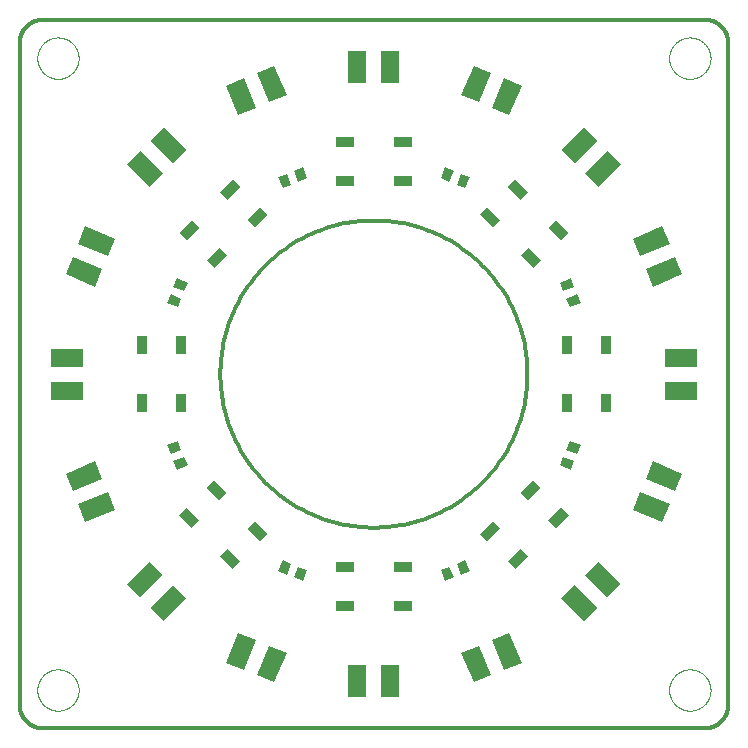
<source format=gtp>
G75*
%MOIN*%
%OFA0B0*%
%FSLAX25Y25*%
%IPPOS*%
%LPD*%
%AMOC8*
5,1,8,0,0,1.08239X$1,22.5*
%
%ADD10C,0.01181*%
%ADD11C,0.00000*%
%ADD12R,0.06299X0.10630*%
%ADD13R,0.10630X0.06299*%
%ADD14R,0.05906X0.03543*%
%ADD15R,0.03543X0.05906*%
%ADD16R,0.03150X0.03937*%
D10*
X0009465Y0003031D02*
X0229937Y0003031D01*
X0229937Y0003032D02*
X0230127Y0003034D01*
X0230317Y0003041D01*
X0230507Y0003053D01*
X0230697Y0003069D01*
X0230886Y0003089D01*
X0231075Y0003115D01*
X0231263Y0003144D01*
X0231450Y0003179D01*
X0231636Y0003218D01*
X0231821Y0003261D01*
X0232006Y0003309D01*
X0232189Y0003361D01*
X0232370Y0003417D01*
X0232550Y0003478D01*
X0232729Y0003544D01*
X0232906Y0003613D01*
X0233082Y0003687D01*
X0233255Y0003765D01*
X0233427Y0003848D01*
X0233596Y0003934D01*
X0233764Y0004024D01*
X0233929Y0004119D01*
X0234092Y0004217D01*
X0234252Y0004320D01*
X0234410Y0004426D01*
X0234565Y0004536D01*
X0234718Y0004649D01*
X0234868Y0004767D01*
X0235014Y0004888D01*
X0235158Y0005012D01*
X0235299Y0005140D01*
X0235437Y0005271D01*
X0235572Y0005406D01*
X0235703Y0005544D01*
X0235831Y0005685D01*
X0235955Y0005829D01*
X0236076Y0005975D01*
X0236194Y0006125D01*
X0236307Y0006278D01*
X0236417Y0006433D01*
X0236523Y0006591D01*
X0236626Y0006751D01*
X0236724Y0006914D01*
X0236819Y0007079D01*
X0236909Y0007247D01*
X0236995Y0007416D01*
X0237078Y0007588D01*
X0237156Y0007761D01*
X0237230Y0007937D01*
X0237299Y0008114D01*
X0237365Y0008293D01*
X0237426Y0008473D01*
X0237482Y0008654D01*
X0237534Y0008837D01*
X0237582Y0009022D01*
X0237625Y0009207D01*
X0237664Y0009393D01*
X0237699Y0009580D01*
X0237728Y0009768D01*
X0237754Y0009957D01*
X0237774Y0010146D01*
X0237790Y0010336D01*
X0237802Y0010526D01*
X0237809Y0010716D01*
X0237811Y0010906D01*
X0237811Y0231378D01*
X0237809Y0231568D01*
X0237802Y0231758D01*
X0237790Y0231948D01*
X0237774Y0232138D01*
X0237754Y0232327D01*
X0237728Y0232516D01*
X0237699Y0232704D01*
X0237664Y0232891D01*
X0237625Y0233077D01*
X0237582Y0233262D01*
X0237534Y0233447D01*
X0237482Y0233630D01*
X0237426Y0233811D01*
X0237365Y0233991D01*
X0237299Y0234170D01*
X0237230Y0234347D01*
X0237156Y0234523D01*
X0237078Y0234696D01*
X0236995Y0234868D01*
X0236909Y0235037D01*
X0236819Y0235205D01*
X0236724Y0235370D01*
X0236626Y0235533D01*
X0236523Y0235693D01*
X0236417Y0235851D01*
X0236307Y0236006D01*
X0236194Y0236159D01*
X0236076Y0236309D01*
X0235955Y0236455D01*
X0235831Y0236599D01*
X0235703Y0236740D01*
X0235572Y0236878D01*
X0235437Y0237013D01*
X0235299Y0237144D01*
X0235158Y0237272D01*
X0235014Y0237396D01*
X0234868Y0237517D01*
X0234718Y0237635D01*
X0234565Y0237748D01*
X0234410Y0237858D01*
X0234252Y0237964D01*
X0234092Y0238067D01*
X0233929Y0238165D01*
X0233764Y0238260D01*
X0233596Y0238350D01*
X0233427Y0238436D01*
X0233255Y0238519D01*
X0233082Y0238597D01*
X0232906Y0238671D01*
X0232729Y0238740D01*
X0232550Y0238806D01*
X0232370Y0238867D01*
X0232189Y0238923D01*
X0232006Y0238975D01*
X0231821Y0239023D01*
X0231636Y0239066D01*
X0231450Y0239105D01*
X0231263Y0239140D01*
X0231075Y0239169D01*
X0230886Y0239195D01*
X0230697Y0239215D01*
X0230507Y0239231D01*
X0230317Y0239243D01*
X0230127Y0239250D01*
X0229937Y0239252D01*
X0009465Y0239252D01*
X0009275Y0239250D01*
X0009085Y0239243D01*
X0008895Y0239231D01*
X0008705Y0239215D01*
X0008516Y0239195D01*
X0008327Y0239169D01*
X0008139Y0239140D01*
X0007952Y0239105D01*
X0007766Y0239066D01*
X0007581Y0239023D01*
X0007396Y0238975D01*
X0007213Y0238923D01*
X0007032Y0238867D01*
X0006852Y0238806D01*
X0006673Y0238740D01*
X0006496Y0238671D01*
X0006320Y0238597D01*
X0006147Y0238519D01*
X0005975Y0238436D01*
X0005806Y0238350D01*
X0005638Y0238260D01*
X0005473Y0238165D01*
X0005310Y0238067D01*
X0005150Y0237964D01*
X0004992Y0237858D01*
X0004837Y0237748D01*
X0004684Y0237635D01*
X0004534Y0237517D01*
X0004388Y0237396D01*
X0004244Y0237272D01*
X0004103Y0237144D01*
X0003965Y0237013D01*
X0003830Y0236878D01*
X0003699Y0236740D01*
X0003571Y0236599D01*
X0003447Y0236455D01*
X0003326Y0236309D01*
X0003208Y0236159D01*
X0003095Y0236006D01*
X0002985Y0235851D01*
X0002879Y0235693D01*
X0002776Y0235533D01*
X0002678Y0235370D01*
X0002583Y0235205D01*
X0002493Y0235037D01*
X0002407Y0234868D01*
X0002324Y0234696D01*
X0002246Y0234523D01*
X0002172Y0234347D01*
X0002103Y0234170D01*
X0002037Y0233991D01*
X0001976Y0233811D01*
X0001920Y0233630D01*
X0001868Y0233447D01*
X0001820Y0233262D01*
X0001777Y0233077D01*
X0001738Y0232891D01*
X0001703Y0232704D01*
X0001674Y0232516D01*
X0001648Y0232327D01*
X0001628Y0232138D01*
X0001612Y0231948D01*
X0001600Y0231758D01*
X0001593Y0231568D01*
X0001591Y0231378D01*
X0001591Y0010906D01*
X0001593Y0010716D01*
X0001600Y0010526D01*
X0001612Y0010336D01*
X0001628Y0010146D01*
X0001648Y0009957D01*
X0001674Y0009768D01*
X0001703Y0009580D01*
X0001738Y0009393D01*
X0001777Y0009207D01*
X0001820Y0009022D01*
X0001868Y0008837D01*
X0001920Y0008654D01*
X0001976Y0008473D01*
X0002037Y0008293D01*
X0002103Y0008114D01*
X0002172Y0007937D01*
X0002246Y0007761D01*
X0002324Y0007588D01*
X0002407Y0007416D01*
X0002493Y0007247D01*
X0002583Y0007079D01*
X0002678Y0006914D01*
X0002776Y0006751D01*
X0002879Y0006591D01*
X0002985Y0006433D01*
X0003095Y0006278D01*
X0003208Y0006125D01*
X0003326Y0005975D01*
X0003447Y0005829D01*
X0003571Y0005685D01*
X0003699Y0005544D01*
X0003830Y0005406D01*
X0003965Y0005271D01*
X0004103Y0005140D01*
X0004244Y0005012D01*
X0004388Y0004888D01*
X0004534Y0004767D01*
X0004684Y0004649D01*
X0004837Y0004536D01*
X0004992Y0004426D01*
X0005150Y0004320D01*
X0005310Y0004217D01*
X0005473Y0004119D01*
X0005638Y0004024D01*
X0005806Y0003934D01*
X0005975Y0003848D01*
X0006147Y0003765D01*
X0006320Y0003687D01*
X0006496Y0003613D01*
X0006673Y0003544D01*
X0006852Y0003478D01*
X0007032Y0003417D01*
X0007213Y0003361D01*
X0007396Y0003309D01*
X0007581Y0003261D01*
X0007766Y0003218D01*
X0007952Y0003179D01*
X0008139Y0003144D01*
X0008327Y0003115D01*
X0008516Y0003089D01*
X0008705Y0003069D01*
X0008895Y0003053D01*
X0009085Y0003041D01*
X0009275Y0003034D01*
X0009465Y0003032D01*
X0068520Y0121142D02*
X0068535Y0122398D01*
X0068582Y0123653D01*
X0068659Y0124907D01*
X0068766Y0126159D01*
X0068905Y0127407D01*
X0069074Y0128652D01*
X0069274Y0129892D01*
X0069503Y0131127D01*
X0069764Y0132356D01*
X0070054Y0133578D01*
X0070374Y0134793D01*
X0070724Y0135999D01*
X0071103Y0137197D01*
X0071512Y0138384D01*
X0071949Y0139562D01*
X0072416Y0140728D01*
X0072911Y0141883D01*
X0073434Y0143025D01*
X0073985Y0144154D01*
X0074563Y0145269D01*
X0075169Y0146369D01*
X0075802Y0147454D01*
X0076461Y0148524D01*
X0077146Y0149577D01*
X0077856Y0150612D01*
X0078592Y0151630D01*
X0079353Y0152630D01*
X0080138Y0153611D01*
X0080946Y0154572D01*
X0081778Y0155513D01*
X0082633Y0156433D01*
X0083511Y0157332D01*
X0084410Y0158210D01*
X0085330Y0159065D01*
X0086271Y0159897D01*
X0087232Y0160705D01*
X0088213Y0161490D01*
X0089213Y0162251D01*
X0090231Y0162987D01*
X0091266Y0163697D01*
X0092319Y0164382D01*
X0093389Y0165041D01*
X0094474Y0165674D01*
X0095574Y0166280D01*
X0096689Y0166858D01*
X0097818Y0167409D01*
X0098960Y0167932D01*
X0100115Y0168427D01*
X0101281Y0168894D01*
X0102459Y0169331D01*
X0103646Y0169740D01*
X0104844Y0170119D01*
X0106050Y0170469D01*
X0107265Y0170789D01*
X0108487Y0171079D01*
X0109716Y0171340D01*
X0110951Y0171569D01*
X0112191Y0171769D01*
X0113436Y0171938D01*
X0114684Y0172077D01*
X0115936Y0172184D01*
X0117190Y0172261D01*
X0118445Y0172308D01*
X0119701Y0172323D01*
X0120957Y0172308D01*
X0122212Y0172261D01*
X0123466Y0172184D01*
X0124718Y0172077D01*
X0125966Y0171938D01*
X0127211Y0171769D01*
X0128451Y0171569D01*
X0129686Y0171340D01*
X0130915Y0171079D01*
X0132137Y0170789D01*
X0133352Y0170469D01*
X0134558Y0170119D01*
X0135756Y0169740D01*
X0136943Y0169331D01*
X0138121Y0168894D01*
X0139287Y0168427D01*
X0140442Y0167932D01*
X0141584Y0167409D01*
X0142713Y0166858D01*
X0143828Y0166280D01*
X0144928Y0165674D01*
X0146013Y0165041D01*
X0147083Y0164382D01*
X0148136Y0163697D01*
X0149171Y0162987D01*
X0150189Y0162251D01*
X0151189Y0161490D01*
X0152170Y0160705D01*
X0153131Y0159897D01*
X0154072Y0159065D01*
X0154992Y0158210D01*
X0155891Y0157332D01*
X0156769Y0156433D01*
X0157624Y0155513D01*
X0158456Y0154572D01*
X0159264Y0153611D01*
X0160049Y0152630D01*
X0160810Y0151630D01*
X0161546Y0150612D01*
X0162256Y0149577D01*
X0162941Y0148524D01*
X0163600Y0147454D01*
X0164233Y0146369D01*
X0164839Y0145269D01*
X0165417Y0144154D01*
X0165968Y0143025D01*
X0166491Y0141883D01*
X0166986Y0140728D01*
X0167453Y0139562D01*
X0167890Y0138384D01*
X0168299Y0137197D01*
X0168678Y0135999D01*
X0169028Y0134793D01*
X0169348Y0133578D01*
X0169638Y0132356D01*
X0169899Y0131127D01*
X0170128Y0129892D01*
X0170328Y0128652D01*
X0170497Y0127407D01*
X0170636Y0126159D01*
X0170743Y0124907D01*
X0170820Y0123653D01*
X0170867Y0122398D01*
X0170882Y0121142D01*
X0170867Y0119886D01*
X0170820Y0118631D01*
X0170743Y0117377D01*
X0170636Y0116125D01*
X0170497Y0114877D01*
X0170328Y0113632D01*
X0170128Y0112392D01*
X0169899Y0111157D01*
X0169638Y0109928D01*
X0169348Y0108706D01*
X0169028Y0107491D01*
X0168678Y0106285D01*
X0168299Y0105087D01*
X0167890Y0103900D01*
X0167453Y0102722D01*
X0166986Y0101556D01*
X0166491Y0100401D01*
X0165968Y0099259D01*
X0165417Y0098130D01*
X0164839Y0097015D01*
X0164233Y0095915D01*
X0163600Y0094830D01*
X0162941Y0093760D01*
X0162256Y0092707D01*
X0161546Y0091672D01*
X0160810Y0090654D01*
X0160049Y0089654D01*
X0159264Y0088673D01*
X0158456Y0087712D01*
X0157624Y0086771D01*
X0156769Y0085851D01*
X0155891Y0084952D01*
X0154992Y0084074D01*
X0154072Y0083219D01*
X0153131Y0082387D01*
X0152170Y0081579D01*
X0151189Y0080794D01*
X0150189Y0080033D01*
X0149171Y0079297D01*
X0148136Y0078587D01*
X0147083Y0077902D01*
X0146013Y0077243D01*
X0144928Y0076610D01*
X0143828Y0076004D01*
X0142713Y0075426D01*
X0141584Y0074875D01*
X0140442Y0074352D01*
X0139287Y0073857D01*
X0138121Y0073390D01*
X0136943Y0072953D01*
X0135756Y0072544D01*
X0134558Y0072165D01*
X0133352Y0071815D01*
X0132137Y0071495D01*
X0130915Y0071205D01*
X0129686Y0070944D01*
X0128451Y0070715D01*
X0127211Y0070515D01*
X0125966Y0070346D01*
X0124718Y0070207D01*
X0123466Y0070100D01*
X0122212Y0070023D01*
X0120957Y0069976D01*
X0119701Y0069961D01*
X0118445Y0069976D01*
X0117190Y0070023D01*
X0115936Y0070100D01*
X0114684Y0070207D01*
X0113436Y0070346D01*
X0112191Y0070515D01*
X0110951Y0070715D01*
X0109716Y0070944D01*
X0108487Y0071205D01*
X0107265Y0071495D01*
X0106050Y0071815D01*
X0104844Y0072165D01*
X0103646Y0072544D01*
X0102459Y0072953D01*
X0101281Y0073390D01*
X0100115Y0073857D01*
X0098960Y0074352D01*
X0097818Y0074875D01*
X0096689Y0075426D01*
X0095574Y0076004D01*
X0094474Y0076610D01*
X0093389Y0077243D01*
X0092319Y0077902D01*
X0091266Y0078587D01*
X0090231Y0079297D01*
X0089213Y0080033D01*
X0088213Y0080794D01*
X0087232Y0081579D01*
X0086271Y0082387D01*
X0085330Y0083219D01*
X0084410Y0084074D01*
X0083511Y0084952D01*
X0082633Y0085851D01*
X0081778Y0086771D01*
X0080946Y0087712D01*
X0080138Y0088673D01*
X0079353Y0089654D01*
X0078592Y0090654D01*
X0077856Y0091672D01*
X0077146Y0092707D01*
X0076461Y0093760D01*
X0075802Y0094830D01*
X0075169Y0095915D01*
X0074563Y0097015D01*
X0073985Y0098130D01*
X0073434Y0099259D01*
X0072911Y0100401D01*
X0072416Y0101556D01*
X0071949Y0102722D01*
X0071512Y0103900D01*
X0071103Y0105087D01*
X0070724Y0106285D01*
X0070374Y0107491D01*
X0070054Y0108706D01*
X0069764Y0109928D01*
X0069503Y0111157D01*
X0069274Y0112392D01*
X0069074Y0113632D01*
X0068905Y0114877D01*
X0068766Y0116125D01*
X0068659Y0117377D01*
X0068582Y0118631D01*
X0068535Y0119886D01*
X0068520Y0121142D01*
D11*
X0007496Y0226457D02*
X0007498Y0226626D01*
X0007504Y0226795D01*
X0007515Y0226964D01*
X0007529Y0227132D01*
X0007548Y0227300D01*
X0007571Y0227468D01*
X0007597Y0227635D01*
X0007628Y0227801D01*
X0007663Y0227967D01*
X0007702Y0228131D01*
X0007746Y0228295D01*
X0007793Y0228457D01*
X0007844Y0228618D01*
X0007899Y0228778D01*
X0007958Y0228937D01*
X0008020Y0229094D01*
X0008087Y0229249D01*
X0008158Y0229403D01*
X0008232Y0229555D01*
X0008310Y0229705D01*
X0008391Y0229853D01*
X0008476Y0229999D01*
X0008565Y0230143D01*
X0008657Y0230285D01*
X0008753Y0230424D01*
X0008852Y0230561D01*
X0008954Y0230696D01*
X0009060Y0230828D01*
X0009169Y0230957D01*
X0009281Y0231084D01*
X0009396Y0231208D01*
X0009514Y0231329D01*
X0009635Y0231447D01*
X0009759Y0231562D01*
X0009886Y0231674D01*
X0010015Y0231783D01*
X0010147Y0231889D01*
X0010282Y0231991D01*
X0010419Y0232090D01*
X0010558Y0232186D01*
X0010700Y0232278D01*
X0010844Y0232367D01*
X0010990Y0232452D01*
X0011138Y0232533D01*
X0011288Y0232611D01*
X0011440Y0232685D01*
X0011594Y0232756D01*
X0011749Y0232823D01*
X0011906Y0232885D01*
X0012065Y0232944D01*
X0012225Y0232999D01*
X0012386Y0233050D01*
X0012548Y0233097D01*
X0012712Y0233141D01*
X0012876Y0233180D01*
X0013042Y0233215D01*
X0013208Y0233246D01*
X0013375Y0233272D01*
X0013543Y0233295D01*
X0013711Y0233314D01*
X0013879Y0233328D01*
X0014048Y0233339D01*
X0014217Y0233345D01*
X0014386Y0233347D01*
X0014555Y0233345D01*
X0014724Y0233339D01*
X0014893Y0233328D01*
X0015061Y0233314D01*
X0015229Y0233295D01*
X0015397Y0233272D01*
X0015564Y0233246D01*
X0015730Y0233215D01*
X0015896Y0233180D01*
X0016060Y0233141D01*
X0016224Y0233097D01*
X0016386Y0233050D01*
X0016547Y0232999D01*
X0016707Y0232944D01*
X0016866Y0232885D01*
X0017023Y0232823D01*
X0017178Y0232756D01*
X0017332Y0232685D01*
X0017484Y0232611D01*
X0017634Y0232533D01*
X0017782Y0232452D01*
X0017928Y0232367D01*
X0018072Y0232278D01*
X0018214Y0232186D01*
X0018353Y0232090D01*
X0018490Y0231991D01*
X0018625Y0231889D01*
X0018757Y0231783D01*
X0018886Y0231674D01*
X0019013Y0231562D01*
X0019137Y0231447D01*
X0019258Y0231329D01*
X0019376Y0231208D01*
X0019491Y0231084D01*
X0019603Y0230957D01*
X0019712Y0230828D01*
X0019818Y0230696D01*
X0019920Y0230561D01*
X0020019Y0230424D01*
X0020115Y0230285D01*
X0020207Y0230143D01*
X0020296Y0229999D01*
X0020381Y0229853D01*
X0020462Y0229705D01*
X0020540Y0229555D01*
X0020614Y0229403D01*
X0020685Y0229249D01*
X0020752Y0229094D01*
X0020814Y0228937D01*
X0020873Y0228778D01*
X0020928Y0228618D01*
X0020979Y0228457D01*
X0021026Y0228295D01*
X0021070Y0228131D01*
X0021109Y0227967D01*
X0021144Y0227801D01*
X0021175Y0227635D01*
X0021201Y0227468D01*
X0021224Y0227300D01*
X0021243Y0227132D01*
X0021257Y0226964D01*
X0021268Y0226795D01*
X0021274Y0226626D01*
X0021276Y0226457D01*
X0021274Y0226288D01*
X0021268Y0226119D01*
X0021257Y0225950D01*
X0021243Y0225782D01*
X0021224Y0225614D01*
X0021201Y0225446D01*
X0021175Y0225279D01*
X0021144Y0225113D01*
X0021109Y0224947D01*
X0021070Y0224783D01*
X0021026Y0224619D01*
X0020979Y0224457D01*
X0020928Y0224296D01*
X0020873Y0224136D01*
X0020814Y0223977D01*
X0020752Y0223820D01*
X0020685Y0223665D01*
X0020614Y0223511D01*
X0020540Y0223359D01*
X0020462Y0223209D01*
X0020381Y0223061D01*
X0020296Y0222915D01*
X0020207Y0222771D01*
X0020115Y0222629D01*
X0020019Y0222490D01*
X0019920Y0222353D01*
X0019818Y0222218D01*
X0019712Y0222086D01*
X0019603Y0221957D01*
X0019491Y0221830D01*
X0019376Y0221706D01*
X0019258Y0221585D01*
X0019137Y0221467D01*
X0019013Y0221352D01*
X0018886Y0221240D01*
X0018757Y0221131D01*
X0018625Y0221025D01*
X0018490Y0220923D01*
X0018353Y0220824D01*
X0018214Y0220728D01*
X0018072Y0220636D01*
X0017928Y0220547D01*
X0017782Y0220462D01*
X0017634Y0220381D01*
X0017484Y0220303D01*
X0017332Y0220229D01*
X0017178Y0220158D01*
X0017023Y0220091D01*
X0016866Y0220029D01*
X0016707Y0219970D01*
X0016547Y0219915D01*
X0016386Y0219864D01*
X0016224Y0219817D01*
X0016060Y0219773D01*
X0015896Y0219734D01*
X0015730Y0219699D01*
X0015564Y0219668D01*
X0015397Y0219642D01*
X0015229Y0219619D01*
X0015061Y0219600D01*
X0014893Y0219586D01*
X0014724Y0219575D01*
X0014555Y0219569D01*
X0014386Y0219567D01*
X0014217Y0219569D01*
X0014048Y0219575D01*
X0013879Y0219586D01*
X0013711Y0219600D01*
X0013543Y0219619D01*
X0013375Y0219642D01*
X0013208Y0219668D01*
X0013042Y0219699D01*
X0012876Y0219734D01*
X0012712Y0219773D01*
X0012548Y0219817D01*
X0012386Y0219864D01*
X0012225Y0219915D01*
X0012065Y0219970D01*
X0011906Y0220029D01*
X0011749Y0220091D01*
X0011594Y0220158D01*
X0011440Y0220229D01*
X0011288Y0220303D01*
X0011138Y0220381D01*
X0010990Y0220462D01*
X0010844Y0220547D01*
X0010700Y0220636D01*
X0010558Y0220728D01*
X0010419Y0220824D01*
X0010282Y0220923D01*
X0010147Y0221025D01*
X0010015Y0221131D01*
X0009886Y0221240D01*
X0009759Y0221352D01*
X0009635Y0221467D01*
X0009514Y0221585D01*
X0009396Y0221706D01*
X0009281Y0221830D01*
X0009169Y0221957D01*
X0009060Y0222086D01*
X0008954Y0222218D01*
X0008852Y0222353D01*
X0008753Y0222490D01*
X0008657Y0222629D01*
X0008565Y0222771D01*
X0008476Y0222915D01*
X0008391Y0223061D01*
X0008310Y0223209D01*
X0008232Y0223359D01*
X0008158Y0223511D01*
X0008087Y0223665D01*
X0008020Y0223820D01*
X0007958Y0223977D01*
X0007899Y0224136D01*
X0007844Y0224296D01*
X0007793Y0224457D01*
X0007746Y0224619D01*
X0007702Y0224783D01*
X0007663Y0224947D01*
X0007628Y0225113D01*
X0007597Y0225279D01*
X0007571Y0225446D01*
X0007548Y0225614D01*
X0007529Y0225782D01*
X0007515Y0225950D01*
X0007504Y0226119D01*
X0007498Y0226288D01*
X0007496Y0226457D01*
X0007496Y0015827D02*
X0007498Y0015996D01*
X0007504Y0016165D01*
X0007515Y0016334D01*
X0007529Y0016502D01*
X0007548Y0016670D01*
X0007571Y0016838D01*
X0007597Y0017005D01*
X0007628Y0017171D01*
X0007663Y0017337D01*
X0007702Y0017501D01*
X0007746Y0017665D01*
X0007793Y0017827D01*
X0007844Y0017988D01*
X0007899Y0018148D01*
X0007958Y0018307D01*
X0008020Y0018464D01*
X0008087Y0018619D01*
X0008158Y0018773D01*
X0008232Y0018925D01*
X0008310Y0019075D01*
X0008391Y0019223D01*
X0008476Y0019369D01*
X0008565Y0019513D01*
X0008657Y0019655D01*
X0008753Y0019794D01*
X0008852Y0019931D01*
X0008954Y0020066D01*
X0009060Y0020198D01*
X0009169Y0020327D01*
X0009281Y0020454D01*
X0009396Y0020578D01*
X0009514Y0020699D01*
X0009635Y0020817D01*
X0009759Y0020932D01*
X0009886Y0021044D01*
X0010015Y0021153D01*
X0010147Y0021259D01*
X0010282Y0021361D01*
X0010419Y0021460D01*
X0010558Y0021556D01*
X0010700Y0021648D01*
X0010844Y0021737D01*
X0010990Y0021822D01*
X0011138Y0021903D01*
X0011288Y0021981D01*
X0011440Y0022055D01*
X0011594Y0022126D01*
X0011749Y0022193D01*
X0011906Y0022255D01*
X0012065Y0022314D01*
X0012225Y0022369D01*
X0012386Y0022420D01*
X0012548Y0022467D01*
X0012712Y0022511D01*
X0012876Y0022550D01*
X0013042Y0022585D01*
X0013208Y0022616D01*
X0013375Y0022642D01*
X0013543Y0022665D01*
X0013711Y0022684D01*
X0013879Y0022698D01*
X0014048Y0022709D01*
X0014217Y0022715D01*
X0014386Y0022717D01*
X0014555Y0022715D01*
X0014724Y0022709D01*
X0014893Y0022698D01*
X0015061Y0022684D01*
X0015229Y0022665D01*
X0015397Y0022642D01*
X0015564Y0022616D01*
X0015730Y0022585D01*
X0015896Y0022550D01*
X0016060Y0022511D01*
X0016224Y0022467D01*
X0016386Y0022420D01*
X0016547Y0022369D01*
X0016707Y0022314D01*
X0016866Y0022255D01*
X0017023Y0022193D01*
X0017178Y0022126D01*
X0017332Y0022055D01*
X0017484Y0021981D01*
X0017634Y0021903D01*
X0017782Y0021822D01*
X0017928Y0021737D01*
X0018072Y0021648D01*
X0018214Y0021556D01*
X0018353Y0021460D01*
X0018490Y0021361D01*
X0018625Y0021259D01*
X0018757Y0021153D01*
X0018886Y0021044D01*
X0019013Y0020932D01*
X0019137Y0020817D01*
X0019258Y0020699D01*
X0019376Y0020578D01*
X0019491Y0020454D01*
X0019603Y0020327D01*
X0019712Y0020198D01*
X0019818Y0020066D01*
X0019920Y0019931D01*
X0020019Y0019794D01*
X0020115Y0019655D01*
X0020207Y0019513D01*
X0020296Y0019369D01*
X0020381Y0019223D01*
X0020462Y0019075D01*
X0020540Y0018925D01*
X0020614Y0018773D01*
X0020685Y0018619D01*
X0020752Y0018464D01*
X0020814Y0018307D01*
X0020873Y0018148D01*
X0020928Y0017988D01*
X0020979Y0017827D01*
X0021026Y0017665D01*
X0021070Y0017501D01*
X0021109Y0017337D01*
X0021144Y0017171D01*
X0021175Y0017005D01*
X0021201Y0016838D01*
X0021224Y0016670D01*
X0021243Y0016502D01*
X0021257Y0016334D01*
X0021268Y0016165D01*
X0021274Y0015996D01*
X0021276Y0015827D01*
X0021274Y0015658D01*
X0021268Y0015489D01*
X0021257Y0015320D01*
X0021243Y0015152D01*
X0021224Y0014984D01*
X0021201Y0014816D01*
X0021175Y0014649D01*
X0021144Y0014483D01*
X0021109Y0014317D01*
X0021070Y0014153D01*
X0021026Y0013989D01*
X0020979Y0013827D01*
X0020928Y0013666D01*
X0020873Y0013506D01*
X0020814Y0013347D01*
X0020752Y0013190D01*
X0020685Y0013035D01*
X0020614Y0012881D01*
X0020540Y0012729D01*
X0020462Y0012579D01*
X0020381Y0012431D01*
X0020296Y0012285D01*
X0020207Y0012141D01*
X0020115Y0011999D01*
X0020019Y0011860D01*
X0019920Y0011723D01*
X0019818Y0011588D01*
X0019712Y0011456D01*
X0019603Y0011327D01*
X0019491Y0011200D01*
X0019376Y0011076D01*
X0019258Y0010955D01*
X0019137Y0010837D01*
X0019013Y0010722D01*
X0018886Y0010610D01*
X0018757Y0010501D01*
X0018625Y0010395D01*
X0018490Y0010293D01*
X0018353Y0010194D01*
X0018214Y0010098D01*
X0018072Y0010006D01*
X0017928Y0009917D01*
X0017782Y0009832D01*
X0017634Y0009751D01*
X0017484Y0009673D01*
X0017332Y0009599D01*
X0017178Y0009528D01*
X0017023Y0009461D01*
X0016866Y0009399D01*
X0016707Y0009340D01*
X0016547Y0009285D01*
X0016386Y0009234D01*
X0016224Y0009187D01*
X0016060Y0009143D01*
X0015896Y0009104D01*
X0015730Y0009069D01*
X0015564Y0009038D01*
X0015397Y0009012D01*
X0015229Y0008989D01*
X0015061Y0008970D01*
X0014893Y0008956D01*
X0014724Y0008945D01*
X0014555Y0008939D01*
X0014386Y0008937D01*
X0014217Y0008939D01*
X0014048Y0008945D01*
X0013879Y0008956D01*
X0013711Y0008970D01*
X0013543Y0008989D01*
X0013375Y0009012D01*
X0013208Y0009038D01*
X0013042Y0009069D01*
X0012876Y0009104D01*
X0012712Y0009143D01*
X0012548Y0009187D01*
X0012386Y0009234D01*
X0012225Y0009285D01*
X0012065Y0009340D01*
X0011906Y0009399D01*
X0011749Y0009461D01*
X0011594Y0009528D01*
X0011440Y0009599D01*
X0011288Y0009673D01*
X0011138Y0009751D01*
X0010990Y0009832D01*
X0010844Y0009917D01*
X0010700Y0010006D01*
X0010558Y0010098D01*
X0010419Y0010194D01*
X0010282Y0010293D01*
X0010147Y0010395D01*
X0010015Y0010501D01*
X0009886Y0010610D01*
X0009759Y0010722D01*
X0009635Y0010837D01*
X0009514Y0010955D01*
X0009396Y0011076D01*
X0009281Y0011200D01*
X0009169Y0011327D01*
X0009060Y0011456D01*
X0008954Y0011588D01*
X0008852Y0011723D01*
X0008753Y0011860D01*
X0008657Y0011999D01*
X0008565Y0012141D01*
X0008476Y0012285D01*
X0008391Y0012431D01*
X0008310Y0012579D01*
X0008232Y0012729D01*
X0008158Y0012881D01*
X0008087Y0013035D01*
X0008020Y0013190D01*
X0007958Y0013347D01*
X0007899Y0013506D01*
X0007844Y0013666D01*
X0007793Y0013827D01*
X0007746Y0013989D01*
X0007702Y0014153D01*
X0007663Y0014317D01*
X0007628Y0014483D01*
X0007597Y0014649D01*
X0007571Y0014816D01*
X0007548Y0014984D01*
X0007529Y0015152D01*
X0007515Y0015320D01*
X0007504Y0015489D01*
X0007498Y0015658D01*
X0007496Y0015827D01*
X0218126Y0015827D02*
X0218128Y0015996D01*
X0218134Y0016165D01*
X0218145Y0016334D01*
X0218159Y0016502D01*
X0218178Y0016670D01*
X0218201Y0016838D01*
X0218227Y0017005D01*
X0218258Y0017171D01*
X0218293Y0017337D01*
X0218332Y0017501D01*
X0218376Y0017665D01*
X0218423Y0017827D01*
X0218474Y0017988D01*
X0218529Y0018148D01*
X0218588Y0018307D01*
X0218650Y0018464D01*
X0218717Y0018619D01*
X0218788Y0018773D01*
X0218862Y0018925D01*
X0218940Y0019075D01*
X0219021Y0019223D01*
X0219106Y0019369D01*
X0219195Y0019513D01*
X0219287Y0019655D01*
X0219383Y0019794D01*
X0219482Y0019931D01*
X0219584Y0020066D01*
X0219690Y0020198D01*
X0219799Y0020327D01*
X0219911Y0020454D01*
X0220026Y0020578D01*
X0220144Y0020699D01*
X0220265Y0020817D01*
X0220389Y0020932D01*
X0220516Y0021044D01*
X0220645Y0021153D01*
X0220777Y0021259D01*
X0220912Y0021361D01*
X0221049Y0021460D01*
X0221188Y0021556D01*
X0221330Y0021648D01*
X0221474Y0021737D01*
X0221620Y0021822D01*
X0221768Y0021903D01*
X0221918Y0021981D01*
X0222070Y0022055D01*
X0222224Y0022126D01*
X0222379Y0022193D01*
X0222536Y0022255D01*
X0222695Y0022314D01*
X0222855Y0022369D01*
X0223016Y0022420D01*
X0223178Y0022467D01*
X0223342Y0022511D01*
X0223506Y0022550D01*
X0223672Y0022585D01*
X0223838Y0022616D01*
X0224005Y0022642D01*
X0224173Y0022665D01*
X0224341Y0022684D01*
X0224509Y0022698D01*
X0224678Y0022709D01*
X0224847Y0022715D01*
X0225016Y0022717D01*
X0225185Y0022715D01*
X0225354Y0022709D01*
X0225523Y0022698D01*
X0225691Y0022684D01*
X0225859Y0022665D01*
X0226027Y0022642D01*
X0226194Y0022616D01*
X0226360Y0022585D01*
X0226526Y0022550D01*
X0226690Y0022511D01*
X0226854Y0022467D01*
X0227016Y0022420D01*
X0227177Y0022369D01*
X0227337Y0022314D01*
X0227496Y0022255D01*
X0227653Y0022193D01*
X0227808Y0022126D01*
X0227962Y0022055D01*
X0228114Y0021981D01*
X0228264Y0021903D01*
X0228412Y0021822D01*
X0228558Y0021737D01*
X0228702Y0021648D01*
X0228844Y0021556D01*
X0228983Y0021460D01*
X0229120Y0021361D01*
X0229255Y0021259D01*
X0229387Y0021153D01*
X0229516Y0021044D01*
X0229643Y0020932D01*
X0229767Y0020817D01*
X0229888Y0020699D01*
X0230006Y0020578D01*
X0230121Y0020454D01*
X0230233Y0020327D01*
X0230342Y0020198D01*
X0230448Y0020066D01*
X0230550Y0019931D01*
X0230649Y0019794D01*
X0230745Y0019655D01*
X0230837Y0019513D01*
X0230926Y0019369D01*
X0231011Y0019223D01*
X0231092Y0019075D01*
X0231170Y0018925D01*
X0231244Y0018773D01*
X0231315Y0018619D01*
X0231382Y0018464D01*
X0231444Y0018307D01*
X0231503Y0018148D01*
X0231558Y0017988D01*
X0231609Y0017827D01*
X0231656Y0017665D01*
X0231700Y0017501D01*
X0231739Y0017337D01*
X0231774Y0017171D01*
X0231805Y0017005D01*
X0231831Y0016838D01*
X0231854Y0016670D01*
X0231873Y0016502D01*
X0231887Y0016334D01*
X0231898Y0016165D01*
X0231904Y0015996D01*
X0231906Y0015827D01*
X0231904Y0015658D01*
X0231898Y0015489D01*
X0231887Y0015320D01*
X0231873Y0015152D01*
X0231854Y0014984D01*
X0231831Y0014816D01*
X0231805Y0014649D01*
X0231774Y0014483D01*
X0231739Y0014317D01*
X0231700Y0014153D01*
X0231656Y0013989D01*
X0231609Y0013827D01*
X0231558Y0013666D01*
X0231503Y0013506D01*
X0231444Y0013347D01*
X0231382Y0013190D01*
X0231315Y0013035D01*
X0231244Y0012881D01*
X0231170Y0012729D01*
X0231092Y0012579D01*
X0231011Y0012431D01*
X0230926Y0012285D01*
X0230837Y0012141D01*
X0230745Y0011999D01*
X0230649Y0011860D01*
X0230550Y0011723D01*
X0230448Y0011588D01*
X0230342Y0011456D01*
X0230233Y0011327D01*
X0230121Y0011200D01*
X0230006Y0011076D01*
X0229888Y0010955D01*
X0229767Y0010837D01*
X0229643Y0010722D01*
X0229516Y0010610D01*
X0229387Y0010501D01*
X0229255Y0010395D01*
X0229120Y0010293D01*
X0228983Y0010194D01*
X0228844Y0010098D01*
X0228702Y0010006D01*
X0228558Y0009917D01*
X0228412Y0009832D01*
X0228264Y0009751D01*
X0228114Y0009673D01*
X0227962Y0009599D01*
X0227808Y0009528D01*
X0227653Y0009461D01*
X0227496Y0009399D01*
X0227337Y0009340D01*
X0227177Y0009285D01*
X0227016Y0009234D01*
X0226854Y0009187D01*
X0226690Y0009143D01*
X0226526Y0009104D01*
X0226360Y0009069D01*
X0226194Y0009038D01*
X0226027Y0009012D01*
X0225859Y0008989D01*
X0225691Y0008970D01*
X0225523Y0008956D01*
X0225354Y0008945D01*
X0225185Y0008939D01*
X0225016Y0008937D01*
X0224847Y0008939D01*
X0224678Y0008945D01*
X0224509Y0008956D01*
X0224341Y0008970D01*
X0224173Y0008989D01*
X0224005Y0009012D01*
X0223838Y0009038D01*
X0223672Y0009069D01*
X0223506Y0009104D01*
X0223342Y0009143D01*
X0223178Y0009187D01*
X0223016Y0009234D01*
X0222855Y0009285D01*
X0222695Y0009340D01*
X0222536Y0009399D01*
X0222379Y0009461D01*
X0222224Y0009528D01*
X0222070Y0009599D01*
X0221918Y0009673D01*
X0221768Y0009751D01*
X0221620Y0009832D01*
X0221474Y0009917D01*
X0221330Y0010006D01*
X0221188Y0010098D01*
X0221049Y0010194D01*
X0220912Y0010293D01*
X0220777Y0010395D01*
X0220645Y0010501D01*
X0220516Y0010610D01*
X0220389Y0010722D01*
X0220265Y0010837D01*
X0220144Y0010955D01*
X0220026Y0011076D01*
X0219911Y0011200D01*
X0219799Y0011327D01*
X0219690Y0011456D01*
X0219584Y0011588D01*
X0219482Y0011723D01*
X0219383Y0011860D01*
X0219287Y0011999D01*
X0219195Y0012141D01*
X0219106Y0012285D01*
X0219021Y0012431D01*
X0218940Y0012579D01*
X0218862Y0012729D01*
X0218788Y0012881D01*
X0218717Y0013035D01*
X0218650Y0013190D01*
X0218588Y0013347D01*
X0218529Y0013506D01*
X0218474Y0013666D01*
X0218423Y0013827D01*
X0218376Y0013989D01*
X0218332Y0014153D01*
X0218293Y0014317D01*
X0218258Y0014483D01*
X0218227Y0014649D01*
X0218201Y0014816D01*
X0218178Y0014984D01*
X0218159Y0015152D01*
X0218145Y0015320D01*
X0218134Y0015489D01*
X0218128Y0015658D01*
X0218126Y0015827D01*
X0218126Y0226457D02*
X0218128Y0226626D01*
X0218134Y0226795D01*
X0218145Y0226964D01*
X0218159Y0227132D01*
X0218178Y0227300D01*
X0218201Y0227468D01*
X0218227Y0227635D01*
X0218258Y0227801D01*
X0218293Y0227967D01*
X0218332Y0228131D01*
X0218376Y0228295D01*
X0218423Y0228457D01*
X0218474Y0228618D01*
X0218529Y0228778D01*
X0218588Y0228937D01*
X0218650Y0229094D01*
X0218717Y0229249D01*
X0218788Y0229403D01*
X0218862Y0229555D01*
X0218940Y0229705D01*
X0219021Y0229853D01*
X0219106Y0229999D01*
X0219195Y0230143D01*
X0219287Y0230285D01*
X0219383Y0230424D01*
X0219482Y0230561D01*
X0219584Y0230696D01*
X0219690Y0230828D01*
X0219799Y0230957D01*
X0219911Y0231084D01*
X0220026Y0231208D01*
X0220144Y0231329D01*
X0220265Y0231447D01*
X0220389Y0231562D01*
X0220516Y0231674D01*
X0220645Y0231783D01*
X0220777Y0231889D01*
X0220912Y0231991D01*
X0221049Y0232090D01*
X0221188Y0232186D01*
X0221330Y0232278D01*
X0221474Y0232367D01*
X0221620Y0232452D01*
X0221768Y0232533D01*
X0221918Y0232611D01*
X0222070Y0232685D01*
X0222224Y0232756D01*
X0222379Y0232823D01*
X0222536Y0232885D01*
X0222695Y0232944D01*
X0222855Y0232999D01*
X0223016Y0233050D01*
X0223178Y0233097D01*
X0223342Y0233141D01*
X0223506Y0233180D01*
X0223672Y0233215D01*
X0223838Y0233246D01*
X0224005Y0233272D01*
X0224173Y0233295D01*
X0224341Y0233314D01*
X0224509Y0233328D01*
X0224678Y0233339D01*
X0224847Y0233345D01*
X0225016Y0233347D01*
X0225185Y0233345D01*
X0225354Y0233339D01*
X0225523Y0233328D01*
X0225691Y0233314D01*
X0225859Y0233295D01*
X0226027Y0233272D01*
X0226194Y0233246D01*
X0226360Y0233215D01*
X0226526Y0233180D01*
X0226690Y0233141D01*
X0226854Y0233097D01*
X0227016Y0233050D01*
X0227177Y0232999D01*
X0227337Y0232944D01*
X0227496Y0232885D01*
X0227653Y0232823D01*
X0227808Y0232756D01*
X0227962Y0232685D01*
X0228114Y0232611D01*
X0228264Y0232533D01*
X0228412Y0232452D01*
X0228558Y0232367D01*
X0228702Y0232278D01*
X0228844Y0232186D01*
X0228983Y0232090D01*
X0229120Y0231991D01*
X0229255Y0231889D01*
X0229387Y0231783D01*
X0229516Y0231674D01*
X0229643Y0231562D01*
X0229767Y0231447D01*
X0229888Y0231329D01*
X0230006Y0231208D01*
X0230121Y0231084D01*
X0230233Y0230957D01*
X0230342Y0230828D01*
X0230448Y0230696D01*
X0230550Y0230561D01*
X0230649Y0230424D01*
X0230745Y0230285D01*
X0230837Y0230143D01*
X0230926Y0229999D01*
X0231011Y0229853D01*
X0231092Y0229705D01*
X0231170Y0229555D01*
X0231244Y0229403D01*
X0231315Y0229249D01*
X0231382Y0229094D01*
X0231444Y0228937D01*
X0231503Y0228778D01*
X0231558Y0228618D01*
X0231609Y0228457D01*
X0231656Y0228295D01*
X0231700Y0228131D01*
X0231739Y0227967D01*
X0231774Y0227801D01*
X0231805Y0227635D01*
X0231831Y0227468D01*
X0231854Y0227300D01*
X0231873Y0227132D01*
X0231887Y0226964D01*
X0231898Y0226795D01*
X0231904Y0226626D01*
X0231906Y0226457D01*
X0231904Y0226288D01*
X0231898Y0226119D01*
X0231887Y0225950D01*
X0231873Y0225782D01*
X0231854Y0225614D01*
X0231831Y0225446D01*
X0231805Y0225279D01*
X0231774Y0225113D01*
X0231739Y0224947D01*
X0231700Y0224783D01*
X0231656Y0224619D01*
X0231609Y0224457D01*
X0231558Y0224296D01*
X0231503Y0224136D01*
X0231444Y0223977D01*
X0231382Y0223820D01*
X0231315Y0223665D01*
X0231244Y0223511D01*
X0231170Y0223359D01*
X0231092Y0223209D01*
X0231011Y0223061D01*
X0230926Y0222915D01*
X0230837Y0222771D01*
X0230745Y0222629D01*
X0230649Y0222490D01*
X0230550Y0222353D01*
X0230448Y0222218D01*
X0230342Y0222086D01*
X0230233Y0221957D01*
X0230121Y0221830D01*
X0230006Y0221706D01*
X0229888Y0221585D01*
X0229767Y0221467D01*
X0229643Y0221352D01*
X0229516Y0221240D01*
X0229387Y0221131D01*
X0229255Y0221025D01*
X0229120Y0220923D01*
X0228983Y0220824D01*
X0228844Y0220728D01*
X0228702Y0220636D01*
X0228558Y0220547D01*
X0228412Y0220462D01*
X0228264Y0220381D01*
X0228114Y0220303D01*
X0227962Y0220229D01*
X0227808Y0220158D01*
X0227653Y0220091D01*
X0227496Y0220029D01*
X0227337Y0219970D01*
X0227177Y0219915D01*
X0227016Y0219864D01*
X0226854Y0219817D01*
X0226690Y0219773D01*
X0226526Y0219734D01*
X0226360Y0219699D01*
X0226194Y0219668D01*
X0226027Y0219642D01*
X0225859Y0219619D01*
X0225691Y0219600D01*
X0225523Y0219586D01*
X0225354Y0219575D01*
X0225185Y0219569D01*
X0225016Y0219567D01*
X0224847Y0219569D01*
X0224678Y0219575D01*
X0224509Y0219586D01*
X0224341Y0219600D01*
X0224173Y0219619D01*
X0224005Y0219642D01*
X0223838Y0219668D01*
X0223672Y0219699D01*
X0223506Y0219734D01*
X0223342Y0219773D01*
X0223178Y0219817D01*
X0223016Y0219864D01*
X0222855Y0219915D01*
X0222695Y0219970D01*
X0222536Y0220029D01*
X0222379Y0220091D01*
X0222224Y0220158D01*
X0222070Y0220229D01*
X0221918Y0220303D01*
X0221768Y0220381D01*
X0221620Y0220462D01*
X0221474Y0220547D01*
X0221330Y0220636D01*
X0221188Y0220728D01*
X0221049Y0220824D01*
X0220912Y0220923D01*
X0220777Y0221025D01*
X0220645Y0221131D01*
X0220516Y0221240D01*
X0220389Y0221352D01*
X0220265Y0221467D01*
X0220144Y0221585D01*
X0220026Y0221706D01*
X0219911Y0221830D01*
X0219799Y0221957D01*
X0219690Y0222086D01*
X0219584Y0222218D01*
X0219482Y0222353D01*
X0219383Y0222490D01*
X0219287Y0222629D01*
X0219195Y0222771D01*
X0219106Y0222915D01*
X0219021Y0223061D01*
X0218940Y0223209D01*
X0218862Y0223359D01*
X0218788Y0223511D01*
X0218717Y0223665D01*
X0218650Y0223820D01*
X0218588Y0223977D01*
X0218529Y0224136D01*
X0218474Y0224296D01*
X0218423Y0224457D01*
X0218376Y0224619D01*
X0218332Y0224783D01*
X0218293Y0224947D01*
X0218258Y0225113D01*
X0218227Y0225279D01*
X0218201Y0225446D01*
X0218178Y0225614D01*
X0218159Y0225782D01*
X0218145Y0225950D01*
X0218134Y0226119D01*
X0218128Y0226288D01*
X0218126Y0226457D01*
D12*
G36*
X0186654Y0191437D02*
X0182201Y0195890D01*
X0189716Y0203405D01*
X0194169Y0198952D01*
X0186654Y0191437D01*
G37*
G36*
X0194449Y0183642D02*
X0189996Y0188095D01*
X0197511Y0195610D01*
X0201964Y0191157D01*
X0194449Y0183642D01*
G37*
G36*
X0208457Y0160464D02*
X0206047Y0166282D01*
X0215867Y0170350D01*
X0218277Y0164532D01*
X0208457Y0160464D01*
G37*
G36*
X0212676Y0150280D02*
X0210266Y0156098D01*
X0220086Y0160166D01*
X0222496Y0154348D01*
X0212676Y0150280D01*
G37*
G36*
X0210266Y0086186D02*
X0212676Y0092004D01*
X0222496Y0087936D01*
X0220086Y0082118D01*
X0210266Y0086186D01*
G37*
G36*
X0206047Y0076001D02*
X0208457Y0081819D01*
X0218277Y0077751D01*
X0215867Y0071933D01*
X0206047Y0076001D01*
G37*
G36*
X0189996Y0054188D02*
X0194449Y0058641D01*
X0201964Y0051126D01*
X0197511Y0046673D01*
X0189996Y0054188D01*
G37*
G36*
X0182201Y0046393D02*
X0186654Y0050846D01*
X0194169Y0043331D01*
X0189716Y0038878D01*
X0182201Y0046393D01*
G37*
G36*
X0159023Y0032385D02*
X0164841Y0034795D01*
X0168909Y0024975D01*
X0163091Y0022565D01*
X0159023Y0032385D01*
G37*
G36*
X0148839Y0028167D02*
X0154657Y0030577D01*
X0158725Y0020757D01*
X0152907Y0018347D01*
X0148839Y0028167D01*
G37*
X0125213Y0018780D03*
X0114189Y0018780D03*
G36*
X0084745Y0030577D02*
X0090563Y0028167D01*
X0086495Y0018347D01*
X0080677Y0020757D01*
X0084745Y0030577D01*
G37*
G36*
X0074560Y0034795D02*
X0080378Y0032385D01*
X0076310Y0022565D01*
X0070492Y0024975D01*
X0074560Y0034795D01*
G37*
G36*
X0052747Y0050846D02*
X0057200Y0046393D01*
X0049685Y0038878D01*
X0045232Y0043331D01*
X0052747Y0050846D01*
G37*
G36*
X0044952Y0058641D02*
X0049405Y0054188D01*
X0041890Y0046673D01*
X0037437Y0051126D01*
X0044952Y0058641D01*
G37*
G36*
X0030944Y0081819D02*
X0033354Y0076001D01*
X0023534Y0071933D01*
X0021124Y0077751D01*
X0030944Y0081819D01*
G37*
G36*
X0026726Y0092004D02*
X0029136Y0086186D01*
X0019316Y0082118D01*
X0016906Y0087936D01*
X0026726Y0092004D01*
G37*
G36*
X0029136Y0156098D02*
X0026726Y0150280D01*
X0016906Y0154348D01*
X0019316Y0160166D01*
X0029136Y0156098D01*
G37*
G36*
X0033354Y0166282D02*
X0030944Y0160464D01*
X0021124Y0164532D01*
X0023534Y0170350D01*
X0033354Y0166282D01*
G37*
G36*
X0049405Y0188095D02*
X0044952Y0183642D01*
X0037437Y0191157D01*
X0041890Y0195610D01*
X0049405Y0188095D01*
G37*
G36*
X0057200Y0195890D02*
X0052747Y0191437D01*
X0045232Y0198952D01*
X0049685Y0203405D01*
X0057200Y0195890D01*
G37*
G36*
X0080378Y0209898D02*
X0074560Y0207488D01*
X0070492Y0217308D01*
X0076310Y0219718D01*
X0080378Y0209898D01*
G37*
G36*
X0090563Y0214117D02*
X0084745Y0211707D01*
X0080677Y0221527D01*
X0086495Y0223937D01*
X0090563Y0214117D01*
G37*
X0114189Y0223504D03*
X0125213Y0223504D03*
G36*
X0154657Y0211707D02*
X0148839Y0214117D01*
X0152907Y0223937D01*
X0158725Y0221527D01*
X0154657Y0211707D01*
G37*
G36*
X0164841Y0207488D02*
X0159023Y0209898D01*
X0163091Y0219718D01*
X0168909Y0217308D01*
X0164841Y0207488D01*
G37*
D13*
X0222063Y0126654D03*
X0222063Y0115630D03*
X0017339Y0115630D03*
X0017339Y0126654D03*
D14*
G36*
X0054837Y0168190D02*
X0059012Y0172365D01*
X0061517Y0169860D01*
X0057342Y0165685D01*
X0054837Y0168190D01*
G37*
G36*
X0064023Y0159003D02*
X0068198Y0163178D01*
X0070703Y0160673D01*
X0066528Y0156498D01*
X0064023Y0159003D01*
G37*
G36*
X0077664Y0172644D02*
X0081839Y0176819D01*
X0084344Y0174314D01*
X0080169Y0170139D01*
X0077664Y0172644D01*
G37*
G36*
X0068478Y0181831D02*
X0072653Y0186006D01*
X0075158Y0183501D01*
X0070983Y0179326D01*
X0068478Y0181831D01*
G37*
X0110055Y0185512D03*
X0110055Y0198504D03*
X0129346Y0198504D03*
X0129346Y0185512D03*
G36*
X0157562Y0176819D02*
X0161737Y0172644D01*
X0159232Y0170139D01*
X0155057Y0174314D01*
X0157562Y0176819D01*
G37*
G36*
X0166749Y0186006D02*
X0170924Y0181831D01*
X0168419Y0179326D01*
X0164244Y0183501D01*
X0166749Y0186006D01*
G37*
G36*
X0180390Y0172365D02*
X0184565Y0168190D01*
X0182060Y0165685D01*
X0177885Y0169860D01*
X0180390Y0172365D01*
G37*
G36*
X0171203Y0163178D02*
X0175378Y0159003D01*
X0172873Y0156498D01*
X0168698Y0160673D01*
X0171203Y0163178D01*
G37*
G36*
X0175378Y0083280D02*
X0171203Y0079105D01*
X0168698Y0081610D01*
X0172873Y0085785D01*
X0175378Y0083280D01*
G37*
G36*
X0184565Y0074094D02*
X0180390Y0069919D01*
X0177885Y0072424D01*
X0182060Y0076599D01*
X0184565Y0074094D01*
G37*
G36*
X0170924Y0060453D02*
X0166749Y0056278D01*
X0164244Y0058783D01*
X0168419Y0062958D01*
X0170924Y0060453D01*
G37*
G36*
X0161737Y0069639D02*
X0157562Y0065464D01*
X0155057Y0067969D01*
X0159232Y0072144D01*
X0161737Y0069639D01*
G37*
X0129346Y0056772D03*
X0129346Y0043780D03*
X0110055Y0043780D03*
X0110055Y0056772D03*
G36*
X0081839Y0065464D02*
X0077664Y0069639D01*
X0080169Y0072144D01*
X0084344Y0067969D01*
X0081839Y0065464D01*
G37*
G36*
X0072653Y0056278D02*
X0068478Y0060453D01*
X0070983Y0062958D01*
X0075158Y0058783D01*
X0072653Y0056278D01*
G37*
G36*
X0059012Y0069919D02*
X0054837Y0074094D01*
X0057342Y0076599D01*
X0061517Y0072424D01*
X0059012Y0069919D01*
G37*
G36*
X0068198Y0079105D02*
X0064023Y0083280D01*
X0066528Y0085785D01*
X0070703Y0081610D01*
X0068198Y0079105D01*
G37*
D15*
X0055331Y0111496D03*
X0042339Y0111496D03*
X0042339Y0130787D03*
X0055331Y0130787D03*
X0184071Y0130787D03*
X0197063Y0130787D03*
X0197063Y0111496D03*
X0184071Y0111496D03*
D16*
G36*
X0183861Y0095960D02*
X0185066Y0098869D01*
X0188701Y0097362D01*
X0187496Y0094453D01*
X0183861Y0095960D01*
G37*
G36*
X0181677Y0090686D02*
X0182882Y0093595D01*
X0186517Y0092088D01*
X0185312Y0089179D01*
X0181677Y0090686D01*
G37*
G36*
X0147248Y0057961D02*
X0150157Y0059166D01*
X0151664Y0055531D01*
X0148755Y0054326D01*
X0147248Y0057961D01*
G37*
G36*
X0141974Y0055776D02*
X0144883Y0056981D01*
X0146390Y0053346D01*
X0143481Y0052141D01*
X0141974Y0055776D01*
G37*
G36*
X0094519Y0056981D02*
X0097428Y0055776D01*
X0095921Y0052141D01*
X0093012Y0053346D01*
X0094519Y0056981D01*
G37*
G36*
X0089245Y0059166D02*
X0092154Y0057961D01*
X0090647Y0054326D01*
X0087738Y0055531D01*
X0089245Y0059166D01*
G37*
G36*
X0056520Y0093595D02*
X0057725Y0090686D01*
X0054090Y0089179D01*
X0052885Y0092088D01*
X0056520Y0093595D01*
G37*
G36*
X0054335Y0098869D02*
X0055540Y0095960D01*
X0051905Y0094453D01*
X0050700Y0097362D01*
X0054335Y0098869D01*
G37*
G36*
X0055540Y0146324D02*
X0054335Y0143415D01*
X0050700Y0144922D01*
X0051905Y0147831D01*
X0055540Y0146324D01*
G37*
G36*
X0057725Y0151598D02*
X0056520Y0148689D01*
X0052885Y0150196D01*
X0054090Y0153105D01*
X0057725Y0151598D01*
G37*
G36*
X0092154Y0184323D02*
X0089245Y0183118D01*
X0087738Y0186753D01*
X0090647Y0187958D01*
X0092154Y0184323D01*
G37*
G36*
X0097428Y0186507D02*
X0094519Y0185302D01*
X0093012Y0188937D01*
X0095921Y0190142D01*
X0097428Y0186507D01*
G37*
G36*
X0144883Y0185302D02*
X0141974Y0186507D01*
X0143481Y0190142D01*
X0146390Y0188937D01*
X0144883Y0185302D01*
G37*
G36*
X0150157Y0183118D02*
X0147248Y0184323D01*
X0148755Y0187958D01*
X0151664Y0186753D01*
X0150157Y0183118D01*
G37*
G36*
X0182882Y0148689D02*
X0181677Y0151598D01*
X0185312Y0153105D01*
X0186517Y0150196D01*
X0182882Y0148689D01*
G37*
G36*
X0185066Y0143415D02*
X0183861Y0146324D01*
X0187496Y0147831D01*
X0188701Y0144922D01*
X0185066Y0143415D01*
G37*
M02*

</source>
